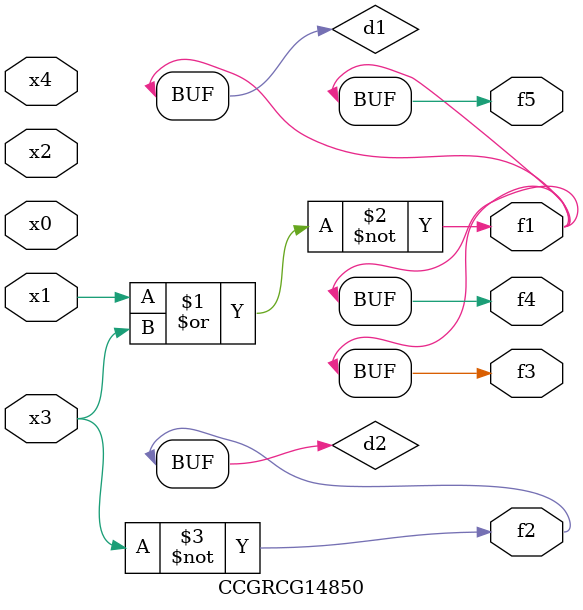
<source format=v>
module CCGRCG14850(
	input x0, x1, x2, x3, x4,
	output f1, f2, f3, f4, f5
);

	wire d1, d2;

	nor (d1, x1, x3);
	not (d2, x3);
	assign f1 = d1;
	assign f2 = d2;
	assign f3 = d1;
	assign f4 = d1;
	assign f5 = d1;
endmodule

</source>
